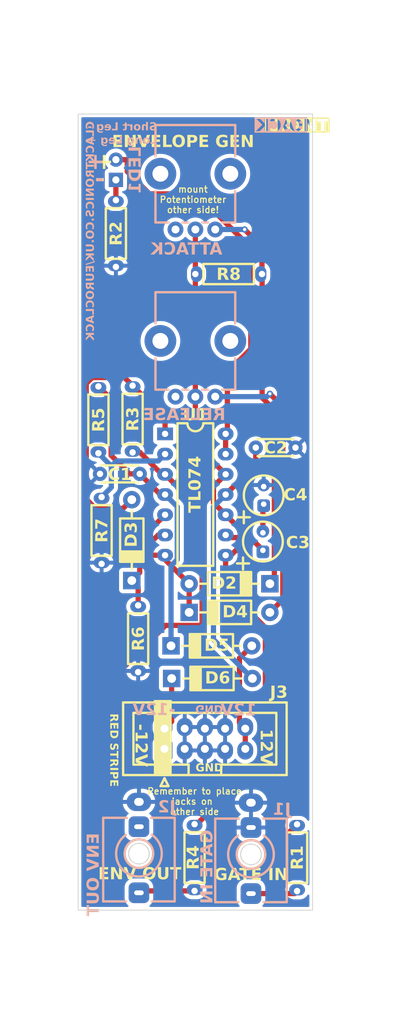
<source format=kicad_pcb>
(kicad_pcb (version 20240108) (generator "pcbnew") (generator_version "8.0")
  (layers (0 "F.Cu" signal) (31 "B.Cu" signal) (34 "B.Paste" user) (35 "F.Paste" user) (36 "B.SilkS" user "B.Silkscreen") (37 "F.SilkS" user "F.Silkscreen") (38 "B.Mask" user) (39 "F.Mask" user) (44 "Edge.Cuts" user))
  (net 0 "")
  (net 1 "-12V")
  (net 2 "GND")
  (net 3 "+12V")
  (net 4 "Net-(U1C-+)")
  (net 5 "Net-(D2-A)")
  (net 6 "Net-(D2-K)")
  (net 7 "Net-(D3-A)")
  (net 8 "Net-(D3-K)")
  (net 9 "Net-(J1-PadT)")
  (net 10 "Net-(D4-A)")
  (net 11 "Net-(LED1-A)")
  (net 12 "Net-(D5-A)")
  (net 13 "Net-(J2-PadT)")
  (net 14 "Net-(C3-Pad2)")
  (net 16 "Net-(U1A--)")
  (net 17 "Net-(U1A-+)")
  (net 18 "Net-(D6-K)")
  (net 19 "Net-(LED1-K)")
  (net 20 "Net-(U1C--)")
  (footprint "BYOM_General:D_TH_DO-41_P10.16mm" (layer "F.Cu") (at 149.38 105 180)
    (property "Reference" "D2" (at 5.775 0 180) (layer "F.SilkS") (effects (font (size 1.5 1.5) (thickness 0.2) (bold yes))))
    (property "Value" "1N5817")
    (fp_line (start 7.8 1.47) (end 7.8 -1.47) (stroke (width 0.3)) (layer "F.SilkS"))
    (fp_line (start 7.8 0) (end 8.75 0) (stroke (width 0.3)) (layer "F.SilkS"))
    (fp_line (start 7.8 -1.47) (end 3.75 -1.5) (stroke (width 0.12)) (layer "F.SilkS"))
    (fp_line (start 7.8 -1.47) (end 2.36 -1.47) (stroke (width 0.3)) (layer "F.SilkS"))
    (fp_line (start 2.36 1.47) (end 7.8 1.47) (stroke (width 0.3)) (layer "F.SilkS"))
    (fp_line (start 2.36 -1.47) (end 2.36 1.47) (stroke (width 0.3)) (layer "F.SilkS"))
    (fp_line (start 1.4 0) (end 2.35 0) (stroke (width 0.3)) (layer "F.SilkS"))
    (fp_poly (pts (xy 2.36 -1.47) (xy 2.36 1.47) (xy 3.75 1.5) (xy 3.75 -1.5)) (stroke (width 0.1)) (fill solid) (layer "F.SilkS"))
    (pad "1" thru_hole rect (at 0 0 180) (size 2.2 2.2) (drill 1.1) (layers "*.Cu" "*.Mask") (net 6 "Net-(D2-K)"))
    (pad "2" thru_hole oval (at 10.16 0 180) (size 2.2 2.2) (drill 1.1) (layers "*.Cu" "*.Mask") (net 5 "Net-(D2-A)"))
  )
  (footprint "BYOM_General:R_Axial_DIN0204_L3.6mm_D1.6mm_P7.62mm_Horizontal" (layer "F.Cu") (at 128.2 102.5 90)
    (property "Reference" "R7" (at 4.191 0.1 90) (layer "F.SilkS") (effects (font (size 1.5 1.5) (thickness 0.2) (bold yes))))
    (property "Value" "10k")
    (fp_line (start 7.366 -1.27) (end 1.016 -1.27) (stroke (width 0.3)) (layer "F.SilkS"))
    (fp_line (start 1.016 -1.27) (end 1.016 1.27) (stroke (width 0.3)) (layer "F.SilkS"))
    (fp_line (start 7.366 1.27) (end 7.366 -1.27) (stroke (width 0.3)) (layer "F.SilkS"))
    (fp_line (start 1.016 1.27) (end 7.366 1.27) (stroke (width 0.3)) (layer "F.SilkS"))
    (pad "1" thru_hole oval (at 0 0 90) (size 1.4 2) (drill 0.8 (offset 0.15 0)) (layers "*.Cu" "*.Mask") (net 2 "GND"))
    (pad "2" thru_hole oval (at 8.382 0 270) (size 1.4 2) (drill 0.8 (offset 0.15 0)) (layers "*.Cu" "*.Mask") (net 16 "Net-(U1A--)"))
  )
  (footprint "BYOM_General:R_Axial_DIN0204_L3.6mm_D1.6mm_P7.62mm_Horizontal" (layer "F.Cu") (at 139.9 135.2 -90)
    (property "Reference" "R4" (at 4.191 0.1 -90) (layer "F.SilkS") (effects (font (size 1.5 1.5) (thickness 0.2) (bold yes))))
    (property "Value" "1k")
    (fp_line (start 1.016 1.27) (end 7.366 1.27) (stroke (width 0.3)) (layer "F.SilkS"))
    (fp_line (start 7.366 1.27) (end 7.366 -1.27) (stroke (width 0.3)) (layer "F.SilkS"))
    (fp_line (start 1.016 -1.27) (end 1.016 1.27) (stroke (width 0.3)) (layer "F.SilkS"))
    (fp_line (start 7.366 -1.27) (end 1.016 -1.27) (stroke (width 0.3)) (layer "F.SilkS"))
    (pad "1" thru_hole oval (at 0 0 270) (size 1.4 2) (drill 0.8 (offset 0.15 0)) (layers "*.Cu" "*.Mask") (net 20 "Net-(U1C--)"))
    (pad "2" thru_hole oval (at 8.382 0 90) (size 1.4 2) (drill 0.8 (offset 0.15 0)) (layers "*.Cu" "*.Mask") (net 13 "Net-(J2-PadT)"))
  )
  (footprint "BYOM_General:D_TH_DO-41_P10.16mm" (layer "F.Cu") (at 132 104.6 90)
    (property "Reference" "D3" (at 5.775 0 90) (layer "F.SilkS") (effects (font (size 1.5 1.5) (thickness 0.2) (bold yes))))
    (property "Value" "1N5817")
    (fp_line (start 7.8 -1.47) (end 3.75 -1.5) (stroke (width 0.12)) (layer "F.SilkS"))
    (fp_line (start 7.8 -1.47) (end 2.36 -1.47) (stroke (width 0.3)) (layer "F.SilkS"))
    (fp_line (start 2.36 -1.47) (end 2.36 1.47) (stroke (width 0.3)) (layer "F.SilkS"))
    (fp_line (start 7.8 0) (end 8.75 0) (stroke (width 0.3)) (layer "F.SilkS"))
    (fp_line (start 1.4 0) (end 2.35 0) (stroke (width 0.3)) (layer "F.SilkS"))
    (fp_line (start 7.8 1.47) (end 7.8 -1.47) (stroke (width 0.3)) (layer "F.SilkS"))
    (fp_line (start 2.36 1.47) (end 7.8 1.47) (stroke (width 0.3)) (layer "F.SilkS"))
    (fp_poly (pts (xy 2.36 -1.47) (xy 2.36 1.47) (xy 3.75 1.5) (xy 3.75 -1.5)) (stroke (width 0.1)) (fill solid) (layer "F.SilkS"))
    (pad "1" thru_hole rect (at 0 0 90) (size 2.2 2.2) (drill 1.1) (layers "*.Cu" "*.Mask") (net 8 "Net-(D3-K)"))
    (pad "2" thru_hole oval (at 10.16 0 90) (size 2.2 2.2) (drill 1.1) (layers "*.Cu" "*.Mask") (net 7 "Net-(D3-A)"))
  )
  (footprint "BYOM_General:R_Axial_DIN0204_L3.6mm_D1.6mm_P7.62mm_Horizontal" (layer "F.Cu") (at 127.8 88.6 90)
    (property "Reference" "R5" (at 4.191 0.1 90) (layer "F.SilkS") (effects (font (size 1.5 1.5) (thickness 0.2) (bold yes))))
    (property "Value" "100k")
    (fp_line (start 7.366 -1.27) (end 1.016 -1.27) (stroke (width 0.3)) (layer "F.SilkS"))
    (fp_line (start 1.016 -1.27) (end 1.016 1.27) (stroke (width 0.3)) (layer "F.SilkS"))
    (fp_line (start 7.366 1.27) (end 7.366 -1.27) (stroke (width 0.3)) (layer "F.SilkS"))
    (fp_line (start 1.016 1.27) (end 7.366 1.27) (stroke (width 0.3)) (layer "F.SilkS"))
    (pad "1" thru_hole oval (at 0 0 90) (size 1.4 2) (drill 0.8 (offset 0.15 0)) (layers "*.Cu" "*.Mask") (net 16 "Net-(U1A--)"))
    (pad "2" thru_hole oval (at 8.382 0 270) (size 1.4 2) (drill 0.8 (offset 0.15 0)) (layers "*.Cu" "*.Mask") (net 3 "+12V"))
  )
  (footprint "BYOM_General:D_TH_DO-41_P10.16mm" (layer "F.Cu") (at 137.02 116.9)
    (property "Reference" "D6" (at 5.775 0 0) (layer "F.SilkS") (effects (font (size 1.5 1.5) (thickness 0.2) (bold yes))))
    (property "Value" "1N5817")
    (fp_line (start 1.4 0) (end 2.35 0) (stroke (width 0.3)) (layer "F.SilkS"))
    (fp_line (start 2.36 -1.47) (end 2.36 1.47) (stroke (width 0.3)) (layer "F.SilkS"))
    (fp_line (start 2.36 1.47) (end 7.8 1.47) (stroke (width 0.3)) (layer "F.SilkS"))
    (fp_line (start 7.8 -1.47) (end 2.36 -1.47) (stroke (width 0.3)) (layer "F.SilkS"))
    (fp_line (start 7.8 -1.47) (end 3.75 -1.5) (stroke (width 0.12)) (layer "F.SilkS"))
    (fp_line (start 7.8 0) (end 8.75 0) (stroke (width 0.3)) (layer "F.SilkS"))
    (fp_line (start 7.8 1.47) (end 7.8 -1.47) (stroke (width 0.3)) (layer "F.SilkS"))
    (fp_poly (pts (xy 2.36 -1.47) (xy 2.36 1.47) (xy 3.75 1.5) (xy 3.75 -1.5)) (stroke (width 0.1)) (fill solid) (layer "F.SilkS"))
    (pad "1" thru_hole rect (at 0 0) (size 2.2 2.2) (drill 1.1) (layers "*.Cu" "*.Mask") (net 18 "Net-(D6-K)"))
    (pad "2" thru_hole oval (at 10.16 0) (size 2.2 2.2) (drill 1.1) (layers "*.Cu" "*.Mask") (net 1 "-12V"))
  )
  (footprint "BYOM_General:R_Axial_DIN0204_L3.6mm_D1.6mm_P7.62mm_Horizontal" (layer "F.Cu") (at 152.8 143.6 90)
    (property "Reference" "R1" (at 4.191 0.1 90) (layer "F.SilkS") (effects (font (size 1.5 1.5) (thickness 0.2) (bold yes))))
    (property "Value" "100k")
    (fp_line (start 7.366 -1.27) (end 1.016 -1.27) (stroke (width 0.3)) (layer "F.SilkS"))
    (fp_line (start 1.016 -1.27) (end 1.016 1.27) (stroke (width 0.3)) (layer "F.SilkS"))
    (fp_line (start 7.366 1.27) (end 7.366 -1.27) (stroke (width 0.3)) (layer "F.SilkS"))
    (fp_line (start 1.016 1.27) (end 7.366 1.27) (stroke (width 0.3)) (layer "F.SilkS"))
    (pad "1" thru_hole oval (at 0 0 90) (size 1.4 2) (drill 0.8 (offset 0.15 0)) (layers "*.Cu" "*.Mask") (net 9 "Net-(J1-PadT)"))
    (pad "2" thru_hole oval (at 8.382 0 270) (size 1.4 2) (drill 0.8 (offset 0.15 0)) (layers "*.Cu" "*.Mask") (net 17 "Net-(U1A-+)"))
  )
  (footprint "BYOM_General:R_Axial_DIN0204_L3.6mm_D1.6mm_P7.62mm_Horizontal" (layer "F.Cu") (at 130 65.2 90)
    (property "Reference" "R2" (at 4.191 0.1 90) (layer "F.SilkS") (effects (font (size 1.5 1.5) (thickness 0.2) (bold yes))))
    (property "Value" "1k")
    (fp_line (start 7.366 -1.27) (end 1.016 -1.27) (stroke (width 0.3)) (layer "F.SilkS"))
    (fp_line (start 1.016 -1.27) (end 1.016 1.27) (stroke (width 0.3)) (layer "F.SilkS"))
    (fp_line (start 7.366 1.27) (end 7.366 -1.27) (stroke (width 0.3)) (layer "F.SilkS"))
    (fp_line (start 1.016 1.27) (end 7.366 1.27) (stroke (width 0.3)) (layer "F.SilkS"))
    (pad "1" thru_hole oval (at 0 0 90) (size 1.4 2) (drill 0.8 (offset 0.15 0)) (layers "*.Cu" "*.Mask") (net 2 "GND"))
    (pad "2" thru_hole oval (at 8.382 0 270) (size 1.4 2) (drill 0.8 (offset 0.15 0)) (layers "*.Cu" "*.Mask") (net 19 "Net-(LED1-K)"))
  )
  (footprint "BYOM_General:C_TH_Disc_P5.00mm" (layer "F.Cu") (at 128 91.2)
    (property "Reference" "C1" (at 2.5 0.15 0) (layer "F.SilkS") (effects (font (size 1.5 1.5) (thickness 0.2) (bold yes))))
    (property "Value" "100n")
    (fp_line (start 0.23 -1.07) (end 0.23 -1.055) (stroke (width 0.12)) (layer "F.SilkS"))
    (fp_line (start 0.23 -1.07) (end 4.77 -1.07) (stroke (width 0.3)) (layer "F.SilkS"))
    (fp_line (start 0.23 1.055) (end 0.23 1.07) (stroke (width 0.12)) (layer "F.SilkS"))
    (fp_line (start 0.23 1.07) (end 4.77 1.07) (stroke (width 0.3)) (layer "F.SilkS"))
    (fp_line (start 4.77 -1.07) (end 4.77 -1.055) (stroke (width 0.12)) (layer "F.SilkS"))
    (fp_line (start 4.77 1.055) (end 4.77 1.07) (stroke (width 0.12)) (layer "F.SilkS"))
    (pad "1" thru_hole circle (at 0 0) (size 1.8 1.8) (drill 0.8) (layers "*.Cu" "*.Mask") (net 2 "GND"))
    (pad "2" thru_hole circle (at 5 0) (size 1.8 1.8) (drill 0.8) (layers "*.Cu" "*.Mask") (net 3 "+12V"))
  )
  (footprint "BYOM_General:D_TH_DO-41_P10.16mm" (layer "F.Cu") (at 139.22 108.6)
    (property "Reference" "D4" (at 5.775 0 0) (layer "F.SilkS") (effects (font (size 1.5 1.5) (thickness 0.2) (bold yes))))
    (property "Value" "1N5817")
    (fp_line (start 1.4 0) (end 2.35 0) (stroke (width 0.3)) (layer "F.SilkS"))
    (fp_line (start 2.36 -1.47) (end 2.36 1.47) (stroke (width 0.3)) (layer "F.SilkS"))
    (fp_line (start 2.36 1.47) (end 7.8 1.47) (stroke (width 0.3)) (layer "F.SilkS"))
    (fp_line (start 7.8 -1.47) (end 2.36 -1.47) (stroke (width 0.3)) (layer "F.SilkS"))
    (fp_line (start 7.8 -1.47) (end 3.75 -1.5) (stroke (width 0.12)) (layer "F.SilkS"))
    (fp_line (start 7.8 0) (end 8.75 0) (stroke (width 0.3)) (layer "F.SilkS"))
    (fp_line (start 7.8 1.47) (end 7.8 -1.47) (stroke (width 0.3)) (layer "F.SilkS"))
    (fp_poly (pts (xy 2.36 -1.47) (xy 2.36 1.47) (xy 3.75 1.5) (xy 3.75 -1.5)) (stroke (width 0.1)) (fill solid) (layer "F.SilkS"))
    (pad "1" thru_hole rect (at 0 0) (size 2.2 2.2) (drill 1.1) (layers "*.Cu" "*.Mask") (net 5 "Net-(D2-A)"))
    (pad "2" thru_hole oval (at 10.16 0) (size 2.2 2.2) (drill 1.1) (layers "*.Cu" "*.Mask") (net 10 "Net-(D4-A)"))
  )
  (footprint "BYOM_General:C_TH_Elec_5mm_P2mm" (layer "F.Cu") (at 148.5 99.7 90)
    (property "Reference" "C3" (at -0.2 4.4 0) (layer "F.SilkS") (effects (font (size 1.5 1.5) (thickness 0.2) (bold yes))))
    (property "Value" "100uF")
    (fp_line (start -2.75 -3.25) (end -2.75 -1.75) (stroke (width 0.3)) (layer "F.SilkS"))
    (fp_line (start -2 -2.5) (end -3.5 -2.5) (stroke (width 0.3)) (layer "F.SilkS"))
    (fp_circle (center 0 0) (end 2.5 0) (stroke (width 0.3)) (fill none) (layer "F.SilkS"))
    (pad "1" thru_hole roundrect (at -1.1 0 270) (size 1.6 1.6) (drill 0.7 (offset 0.2 0)) (layers "*.Cu" "*.Mask") (net 4 "Net-(U1C-+)"))
    (pad "2" thru_hole oval (at 1.1 0 270) (size 1.6 1.6) (drill 0.7 (offset -0.2 0)) (layers "*.Cu" "*.Mask") (net 14 "Net-(C3-Pad2)"))
  )
  (footprint "BYOM_General:D_TH_DO-41_P10.16mm" (layer "F.Cu") (at 136.94 112.8)
    (property "Reference" "D5" (at 5.775 0 0) (layer "F.SilkS") (effects (font (size 1.5 1.5) (thickness 0.2) (bold yes))))
    (property "Value" "1N5817")
    (fp_line (start 1.4 0) (end 2.35 0) (stroke (width 0.3)) (layer "F.SilkS"))
    (fp_line (start 2.36 -1.47) (end 2.36 1.47) (stroke (width 0.3)) (layer "F.SilkS"))
    (fp_line (start 2.36 1.47) (end 7.8 1.47) (stroke (width 0.3)) (layer "F.SilkS"))
    (fp_line (start 7.8 -1.47) (end 2.36 -1.47) (stroke (width 0.3)) (layer "F.SilkS"))
    (fp_line (start 7.8 -1.47) (end 3.75 -1.5) (stroke (width 0.12)) (layer "F.SilkS"))
    (fp_line (start 7.8 0) (end 8.75 0) (stroke (width 0.3)) (layer "F.SilkS"))
    (fp_line (start 7.8 1.47) (end 7.8 -1.47) (stroke (width 0.3)) (layer "F.SilkS"))
    (fp_poly (pts (xy 2.36 -1.47) (xy 2.36 1.47) (xy 3.75 1.5) (xy 3.75 -1.5)) (stroke (width 0.1)) (fill solid) (layer "F.SilkS"))
    (pad "1" thru_hole rect (at 0 0) (size 2.2 2.2) (drill 1.1) (layers "*.Cu" "*.Mask") (net 3 "+12V"))
    (pad "2" thru_hole oval (at 10.16 0) (size 2.2 2.2) (drill 1.1) (layers "*.Cu" "*.Mask") (net 12 "Net-(D5-A)"))
  )
  (footprint "BYOM_General:IDC-Header_2x05_P2.54mm_Vertical" (layer "F.Cu") (at 136.12 125.74 90)
    (property "Reference" "J3" (at 7.04 14.38 180) (layer "F.SilkS") (effects (font (size 1.5 1.5) (thickness 0.2) (bold yes))))
    (property "Value" "IDC 02x05 Header")
    (fp_line (start 5.83 -5.21) (end 5.83 15.37) (stroke (width 0.3)) (layer "F.SilkS"))
    (fp_line (start -3.29 -5.21) (end 5.83 -5.21) (stroke (width 0.3)) (layer "F.SilkS"))
    (fp_line (start 4.52 -3.91) (end 4.52 14.07) (stroke (width 0.3)) (layer "F.SilkS"))
    (fp_line (start -1.98 -3.91) (end 4.52 -3.91) (stroke (width 0.3)) (layer "F.SilkS"))
    (fp_line (start -4.68 -0.5) (end -4.68 0.5) (stroke (width 0.3)) (layer "F.SilkS"))
    (fp_line (start -3.68 0) (end -4.68 -0.5) (stroke (width 0.3)) (layer "F.SilkS"))
    (fp_line (start -4.68 0.5) (end -3.68 0) (stroke (width 0.3)) (layer "F.SilkS"))
    (fp_line (start -1.98 3.03) (end -1.98 -3.91) (stroke (width 0.3)) (layer "F.SilkS"))
    (fp_line (start -3.29 3.03) (end -1.98 3.03) (stroke (width 0.3)) (layer "F.SilkS"))
    (fp_line (start -1.98 7.13) (end -1.98 7.13) (stroke (width 0.3)) (layer "F.SilkS"))
    (fp_line (start -1.98 7.13) (end -3.29 7.13) (stroke (width 0.3)) (layer "F.SilkS"))
    (fp_line (start 4.52 14.07) (end -1.98 14.07) (stroke (width 0.3)) (layer "F.SilkS"))
    (fp_line (start -1.98 14.07) (end -1.98 7.13) (stroke (width 0.3)) (layer "F.SilkS"))
    (fp_line (start 5.83 15.37) (end -3.29 15.37) (stroke (width 0.3)) (layer "F.SilkS"))
    (fp_line (start -3.29 15.37) (end -3.29 -5.21) (stroke (width 0.3)) (layer "F.SilkS"))
    (pad "1" thru_hole roundrect (at 0 0 90) (size 2.3 2) (drill 1 (offset -0.2 0)) (layers "*.Cu" "*.Mask") (roundrect_rratio 0.125) (net 18 "Net-(D6-K)"))
    (pad "2" thru_hole oval (at 2.54 0 90) (size 2.3 2) (drill 1 (offset 0.2 0)) (layers "*.Cu" "*.Mask") (net 18 "Net-(D6-K)"))
    (pad "3" thru_hole oval (at 0 2.54 90) (size 2.3 2) (drill 1 (offset -0.2 0)) (layers "*.Cu" "*.Mask") (net 2 "GND"))
    (pad "4" thru_hole oval (at 2.54 2.54 90) (size 2.3 2) (drill 1 (offset 0.2 0)) (layers "*.Cu" "*.Mask") (net 2 "GND"))
    (pad "5" thru_hole oval (at 0 5.08 90) (size 2.3 2) (drill 1 (offset -0.2 0)) (layers "*.Cu" "*.Mask") (net 2 "GND"))
    (pad "6" thru_hole oval (at 2.54 5.08 90) (size 2.3 2) (drill 1 (offset 0.2 0)) (layers "*.Cu" "*.Mask") (net 2 "GND"))
    (pad "7" thru_hole oval (at 0 7.62 90) (size 2.3 2) (drill 1 (offset -0.2 0)) (layers "*.Cu" "*.Mask") (net 2 "GND"))
    (pad "8" thru_hole oval (at 2.54 7.62 90) (size 2.3 2) (drill 1 (offset 0.2 0)) (layers "*.Cu" "*.Mask") (net 2 "GND"))
    (pad "9" thru_hole oval (at 0 10.16 90) (size 2.3 2) (drill 1 (offset -0.2 0)) (layers "*.Cu" "*.Mask") (net 12 "Net-(D5-A)"))
    (pad "10" thru_hole oval (at 2.54 10.16 90) (size 2.3 2) (drill 1 (offset 0.2 0)) (layers "*.Cu" "*.Mask") (net 12 "Net-(D5-A)"))
  )
  (footprint "BYOM_General:C_TH_Elec_5mm_P2mm" (layer "F.Cu") (at 148.6 93.9 90)
    (property "Reference" "C4" (at 0 4 0) (layer "F.SilkS") (effects (font (size 1.5 1.5) (thickness 0.2) (bold yes))))
    (property "Value" "100uF")
    (fp_line (start -2.75 -3.25) (end -2.75 -1.75) (stroke (width 0.3)) (layer "F.SilkS"))
    (fp_line (start -2 -2.5) (end -3.5 -2.5) (stroke (width 0.3)) (layer "F.SilkS"))
    (fp_circle (center 0 0) (end 2.5 0) (stroke (width 0.3)) (fill none) (layer "F.SilkS"))
    (pad "1" thru_hole roundrect (at -1.1 0 270) (size 1.6 1.6) (drill 0.7 (offset 0.2 0)) (layers "*.Cu" "*.Mask") (net 14 "Net-(C3-Pad2)"))
    (pad "2" thru_hole oval (at 1.1 0 270) (size 1.6 1.6) (drill 0.7 (offset -0.2 0)) (layers "*.Cu" "*.Mask") (net 2 "GND"))
  )
  (footprint "BYOM_General:DIP-14_W7.62mm_LongPads_copy" (layer "F.Cu") (at 136.19 86.175)
    (property "Reference" "U1" (at 3.81 -2.33 0) (layer "F.SilkS") (effects (font (size 1.5 1.5) (thickness 0.2) (bold yes))))
    (property "Value" "TL074")
    (fp_line (start 1.56 -1.33) (end 1.56 16.57) (stroke (width 0.3)) (layer "F.SilkS"))
    (fp_line (start 1.56 16.57) (end 6.06 16.57) (stroke (width 0.3)) (layer "F.SilkS"))
    (fp_line (start 2.81 -1.33) (end 1.56 -1.33) (stroke (width 0.3)) (layer "F.SilkS"))
    (fp_line (start 6.06 -1.33) (end 4.81 -1.33) (stroke (width 0.3)) (layer "F.SilkS"))
    (fp_line (start 6.06 16.57) (end 6.06 -1.33) (stroke (width 0.3)) (layer "F.SilkS"))
    (fp_arc (start 4.81 -1.33) (mid 3.81 -0.33) (end 2.81 -1.33) (stroke (width 0.3)) (layer "F.SilkS"))
    (pad "1" thru_hole rect (at 0 0) (size 2 1.6) (drill 0.8) (layers "*.Cu" "*.Mask") (net 7 "Net-(D3-A)"))
    (pad "2" thru_hole oval (at 0 2.54) (size 2 1.6) (drill 0.8) (layers "*.Cu" "*.Mask") (net 16 "Net-(U1A--)"))
    (pad "3" thru_hole oval (at 0 5.08) (size 2 1.6) (drill 0.8) (layers "*.Cu" "*.Mask") (net 17 "Net-(U1A-+)"))
    (pad "4" thru_hole oval (at 0 7.62) (size 2 1.6) (drill 0.8) (layers "*.Cu" "*.Mask") (net 3 "+12V"))
    (pad "5" thru_hole oval (at 0 10.16) (size 2 1.6) (drill 0.8) (layers "*.Cu" "*.Mask") (net 8 "Net-(D3-K)"))
    (pad "6" thru_hole oval (at 0 12.7) (size 2 1.6) (drill 0.8) (layers "*.Cu" "*.Mask") (net 5 "Net-(D2-A)"))
    (pad "7" thru_hole oval (at 0 15.24) (size 2 1.6) (drill 0.8) (layers "*.Cu" "*.Mask") (net 5 "Net-(D2-A)"))
    (pad "8" thru_hole oval (at 7.62 15.24) (size 2 1.6) (drill 0.8) (layers "*.Cu" "*.Mask") (net 20 "Net-(U1C--)"))
    (pad "9" thru_hole oval (at 7.62 12.7) (size 2 1.6) (drill 0.8) (layers "*.Cu" "*.Mask") (net 20 "Net-(U1C--)"))
    (pad "10" thru_hole oval (at 7.62 10.16) (size 2 1.6) (drill 0.8) (layers "*.Cu" "*.Mask") (net 4 "Net-(U1C-+)"))
    (pad "11" thru_hole oval (at 7.62 7.62) (size 2 1.6) (drill 0.8) (layers "*.Cu" "*.Mask") (net 1 "-12V"))
    (pad "12" thru_hole oval (at 7.62 5.08) (size 2 1.6) (drill 0.8) (layers "*.Cu" "*.Mask") (net 4 "Net-(U1C-+)"))
    (pad "13" thru_hole oval (at 7.62 2.54) (size 2 1.6) (drill 0.8) (layers "*.Cu" "*.Mask") (net 11 "Net-(LED1-A)"))
    (pad "14" thru_hole oval (at 7.62 0) (size 2 1.6) (drill 0.8) (layers "*.Cu" "*.Mask") (net 11 "Net-(LED1-A)"))
  )
  (footprint "BYOM_General:R_Axial_DIN0204_L3.6mm_D1.6mm_P7.62mm_Horizontal" (layer "F.Cu") (at 132.8 116.1 90)
    (property "Reference" "R6" (at 4.191 0.1 90) (layer "F.SilkS") (effects (font (size 1.5 1.5) (thickness 0.2) (bold yes))))
    (property "Value" "100k")
    (fp_line (start 7.366 -1.27) (end 1.016 -1.27) (stroke (width 0.3)) (layer "F.SilkS"))
    (fp_line (start 1.016 -1.27) (end 1.016 1.27) (stroke (width 0.3)) (layer "F.SilkS"))
    (fp_line (start 7.366 1.27) (end 7.366 -1.27) (stroke (width 0.3)) (layer "F.SilkS"))
    (fp_line (start 1.016 1.27) (end 7.366 1.27) (stroke (width 0.3)) (layer "F.SilkS"))
    (pad "1" thru_hole oval (at 0 0 90) (size 1.4 2) (drill 0.8 (offset 0.15 0)) (layers "*.Cu" "*.Mask") (net 2 "GND"))
    (pad "2" thru_hole oval (at 8.382 0 270) (size 1.4 2) (drill 0.8 (offset 0.15 0)) (layers "*.Cu" "*.Mask") (net 8 "Net-(D3-K)"))
  )
  (footprint "BYOM_General:R_Axial_DIN0204_L3.6mm_D1.6mm_P7.62mm_Horizontal" (layer "F.Cu") (at 140 66.1)
    (property "Reference" "R8" (at 4.191 0.1 0) (layer "F.SilkS") (effects (font (size 1.5 1.5) (thickness 0.2) (bold yes))))
    (property "Value" "10k")
    (fp_line (start 1.016 -1.27) (end 1.016 1.27) (stroke (width 0.3)) (layer "F.SilkS"))
    (fp_line (start 1.016 1.27) (end 7.366 1.27) (stroke (width 0.3)) (layer "F.SilkS"))
    (fp_line (start 7.366 -1.27) (end 1.016 -1.27) (stroke (width 0.3)) (layer "F.SilkS"))
    (fp_line (start 7.366 1.27) (end 7.366 -1.27) (stroke (width 0.3)) (layer "F.SilkS"))
    (pad "1" thru_hole oval (at 0 0) (size 1.4 2) (drill 0.8 (offset 0.15 0)) (layers "*.Cu" "*.Mask") (net 4 "Net-(U1C-+)"))
    (pad "2" thru_hole oval (at 8.382 0 180) (size 1.4 2) (drill 0.8 (offset 0.15 0)) (layers "*.Cu" "*.Mask") (net 6 "Net-(D2-K)"))
  )
  (footprint "BYOM_General:C_TH_Disc_P5.00mm" (layer "F.Cu") (at 152.6 87.9 180)
    (property "Reference" "C2" (at 2.5 -0.1 180) (layer "F.SilkS") (effects (font (size 1.5 1.5) (thickness 0.2) (bold yes))))
    (property "Value" "100n")
    (fp_line (start 4.77 1.055) (end 4.77 1.07) (stroke (width 0.12)) (layer "F.SilkS"))
    (fp_line (start 4.77 -1.07) (end 4.77 -1.055) (stroke (width 0.12)) (layer "F.SilkS"))
    (fp_line (start 0.23 1.07) (end 4.77 1.07) (stroke (width 0.3)) (layer "F.SilkS"))
    (fp_line (start 0.23 1.055) (end 0.23 1.07) (stroke (width 0.12)) (layer "F.SilkS"))
    (fp_line (start 0.23 -1.07) (end 4.77 -1.07) (stroke (width 0.3)) (layer "F.SilkS"))
    (fp_line (start 0.23 -1.07) (end 0.23 -1.055) (stroke (width 0.12)) (layer "F.SilkS"))
    (pad "1" thru_hole circle (at 0 0 180) (size 1.8 1.8) (drill 0.8) (layers "*.Cu" "*.Mask") (net 2 "GND"))
    (pad "2" thru_hole circle (at 5 0 180) (size 1.8 1.8) (drill 0.8) (layers "*.Cu" "*.Mask") (net 1 "-12V"))
  )
  (footprint "BYOM_General:R_Axial_DIN0204_L3.6mm_D1.6mm_P7.62mm_Horizontal" (layer "F.Cu") (at 132.1 88.5 90)
    (property "Reference" "R3" (at 4.191 0.1 90) (layer "F.SilkS") (effects (font (size 1.5 1.5) (thickness 0.2) (bold yes))))
    (property "Value" "1M")
    (fp_line (start 7.366 -1.27) (end 1.016 -1.27) (stroke (width 0.3)) (layer "F.SilkS"))
    (fp_line (start 1.016 -1.27) (end 1.016 1.27) (stroke (width 0.3)) (layer "F.SilkS"))
    (fp_line (start 7.366 1.27) (end 7.366 -1.27) (stroke (width 0.3)) (layer "F.SilkS"))
    (fp_line (start 1.016 1.27) (end 7.366 1.27) (stroke (width 0.3)) (layer "F.SilkS"))
    (pad "1" thru_hole oval (at 0 0 90) (size 1.4 2) (drill 0.8 (offset 0.15 0)) (layers "*.Cu" "*.Mask") (net 17 "Net-(U1A-+)"))
    (pad "2" thru_hole oval (at 8.382 0 270) (size 1.4 2) (drill 0.8 (offset 0.15 0)) (layers "*.Cu" "*.Mask") (net 7 "Net-(D3-A)"))
  )
  (footprint "BYOM_General:Jack_3.5mm_QingPu_WQP-PJ398SM_Vertical" (layer "B.Cu") (at 132.9 138.9)
    (property "Reference" "J2" (at 3.5 -5.8 0) (layer "B.SilkS") (effects (font (size 1.5 1.5) (thickness 0.2) (bold yes)) (justify mirror)))
    (property "Value" "AR_ENVELOPE_OUT")
    (fp_line (start -4.5 6) (end -4.5 -4.5) (stroke (width 0.3)) (layer "B.SilkS"))
    (fp_line (start -1.6 6) (end -4.5 6) (stroke (width 0.3)) (layer "B.SilkS"))
    (fp_line (start -1.5 -4.5) (end -4.5 -4.5) (stroke (width 0.3)) (layer "B.SilkS"))
    (fp_line (start 4.5 -4.5) (end 1.5 -4.5) (stroke (width 0.3)) (layer "B.SilkS"))
    (fp_line (start 4.5 6) (end 1.6 6) (stroke (width 0.3)) (layer "B.SilkS"))
    (fp_line (start 4.5 6) (end 4.5 -4.5) (stroke (width 0.3)) (layer "B.SilkS"))
    (fp_arc (start 1.603971 -2.381653) (mid 0.027931 2.871274) (end -1.65 -2.349999) (stroke (width 0.3)) (layer "B.SilkS"))
    (fp_circle (center 0 0) (end -1.8 0) (stroke (width 0.3)) (fill none) (layer "B.SilkS"))
    (fp_circle (center 0 0) (end 1.3 0) (stroke (width 0.12)) (fill none) (layer "Edge.Cuts"))
    (pad "S" thru_hole oval (at 0 -6.5) (size 3.1 2.3) (drill oval 1.2 1) (layers "*.Cu" "*.Mask") (net 2 "GND"))
    (pad "T" thru_hole roundrect (at 0 4.92) (size 2.6 2.6) (drill oval 1.2 0.6) (layers "*.Cu" "*.Mask") (net 13 "Net-(J2-PadT)"))
    (pad "TN" thru_hole roundrect (at 0 -3.38) (size 2.6 2.6) (drill oval 1.2 0.6) (layers "*.Cu" "*.Mask"))
    (zone (net 0) (net_name "") (layers "B.Cu" "B.SilkS") (connect_pads (clearance 0)) (min_thickness 0.25)
      (keepout (tracks not_allowed) (vias not_allowed) (pads not_allowed) (copperpour not_allowed) (footprints not_allowed))
      (fill (thermal_gap 0.5) (thermal_bridge_width 0.5))
      (polygon (pts (xy 134.4 138.9) (xy 134.379542 139.146892) (xy 134.318726 139.387049) (xy 134.219211 139.613921) (xy 134.083711 139.821319) (xy 133.915922 140.003586) (xy 133.720422 140.15575) (xy 133.502543 140.27366) (xy 133.268228 140.3541) (xy 133.023869 140.394877) (xy 132.776131 140.394877) (xy 132.531772 140.3541) (xy 132.297457 140.27366) (xy 132.079578 140.15575) (xy 131.884078 140.003586) (xy 131.716289 139.821319) (xy 131.580789 139.613921) (xy 131.481274 139.387049) (xy 131.420458 139.146892) (xy 131.4 138.9) (xy 131.420458 138.653108) (xy 131.481274 138.412951) (xy 131.580789 138.186079) (xy 131.716289 137.978681) (xy 131.884078 137.796414) (xy 132.079578 137.64425) (xy 132.297457 137.52634) (xy 132.531772 137.4459) (xy 132.776131 137.405123) (xy 133.023869 137.405123) (xy 133.268228 137.4459) (xy 133.502543 137.52634) (xy 133.720422 137.64425) (xy 133.915922 137.796414) (xy 134.083711 137.978681) (xy 134.219211 138.186079) (xy 134.318726 138.412951) (xy 134.379542 138.653108)))
    )
  )
  (footprint "BYOM_General:LED_D3.0mm" (layer "B.Cu") (at 130 53 90)
    (property "Reference" "LED1" (at 0 2.5 -90) (layer "B.SilkS") (effects (font (size 1.5 1.5) (thickness 0.2) (bold yes)) (justify mirror)))
    (property "Value" "LED")
    (pad "1" thru_hole rect (at -1.27 0 90) (size 1.8 1.8) (drill 0.9) (layers "*.Cu" "*.Mask") (net 19 "Net-(LED1-K)"))
    (pad "2" thru_hole circle (at 1.27 0 90) (size 1.8 1.8) (drill 0.9) (layers "*.Cu" "*.Mask") (net 11 "Net-(LED1-A)"))
  )
  (footprint "BYOM_General:Jack_3.5mm_QingPu_WQP-PJ398SM_Vertical" (layer "B.Cu") (at 147 139)
    (property "Reference" "J1" (at 3.9 -5.6 0) (layer "B.SilkS") (effects (font (size 1.5 1.5) (thickness 0.2) (bold yes)) (justify mirror)))
    (property "Value" "GATE_IN")
    (fp_line (start -4.5 6) (end -4.5 -4.5) (stroke (width 0.3)) (layer "B.SilkS"))
    (fp_line (start -1.6 6) (end -4.5 6) (stroke (width 0.3)) (layer "B.SilkS"))
    (fp_line (start -1.5 -4.5) (end -4.5 -4.5) (stroke (width 0.3)) (layer "B.SilkS"))
    (fp_line (start 4.5 -4.5) (end 1.5 -4.5) (stroke (width 0.3)) (layer "B.SilkS"))
    (fp_line (start 4.5 6) (end 1.6 6) (stroke (width 0.3)) (layer "B.SilkS"))
    (fp_line (start 4.5 6) (end 4.5 -4.5) (stroke (width 0.3)) (layer "B.SilkS"))
    (fp_arc (start 1.603971 -2.381653) (mid 0.027931 2.871274) (end -1.65 -2.349999) (stroke (width 0.3)) (layer "B.SilkS"))
    (fp_circle (center 0 0) (end -1.8 0) (stroke (width 0.3)) (fill none) (layer "B.SilkS"))
    (fp_circle (center 0 0) (end 1.3 0) (stroke (width 0.12)) (fill none) (layer "Edge.Cuts"))
    (pad "S" thru_hole oval (at 0 -6.5) (size 3.1 2.3) (drill oval 1.2 1) (layers "*.Cu" "*.Mask") (net 2 "GND"))
    (pad "T" thru_hole roundrect (at 0 4.92) (size 2.6 2.6) (drill oval 1.2 0.6) (layers "*.Cu" "*.Mask") (net 9 "Net-(J1-PadT)"))
    (pad "TN" thru_hole roundrect (at 0 -3.38) (size 2.6 2.6) (drill oval 1.2 0.6) (layers "*.Cu" "*.Mask") (net 2 "GND"))
    (zone (net 0) (net_name "") (layers "B.Cu" "B.SilkS") (connect_pads (clearance 0)) (min_thickness 0.25)
      (keepout (tracks not_allowed) (vias not_allowed) (pads not_allowed) (copperpour not_allowed) (footprints not_allowed))
      (fill (thermal_gap 0.5) (thermal_bridge_width 0.5))
      (polygon (pts (xy 148.5 139) (xy 148.479542 139.246892) (xy 148.418726 139.487049) (xy 148.319211 139.713921) (xy 148.183711 139.921319) (xy 148.015922 140.103586) (xy 147.820422 140.25575) (xy 147.602543 140.37366) (xy 147.368228 140.4541) (xy 147.123869 140.494877) (xy 146.876131 140.494877) (xy 146.631772 140.4541) (xy 146.397457 140.37366) (xy 146.179578 140.25575) (xy 145.984078 140.103586) (xy 145.816289 139.921319) (xy 145.680789 139.713921) (xy 145.581274 139.487049) (xy 145.520458 139.246892) (xy 145.5 139) (xy 145.520458 138.753108) (xy 145.581274 138.512951) (xy 145.680789 138.286079) (xy 145.816289 138.078681) (xy 145.984078 137.896414) (xy 146.179578 137.74425) (xy 146.397457 137.62634) (xy 146.631772 137.5459) (xy 146.876131 137.505123) (xy 147.123869 137.505123) (xy 147.368228 137.5459) (xy 147.602543 137.62634) (xy 147.820422 137.74425) (xy 148.015922 137.896414) (xy 148.183711 138.078681) (xy 148.319211 138.286079) (xy 148.418726 138.512951) (xy 148.479542 138.753108)))
    )
  )
  (footprint "BYOM_General:POT_TH_Alps_RK09K_Single_Vertical" (layer "B.Cu") (at 140 74 180)
    (property "Reference" "RV2" (hide yes))
    (property "Value" "Release")
    (fp_line (start 5.02 5.62) (end 5.02 1.684) (stroke (width 0.3)) (layer "B.SilkS"))
    (fp_line (start 5.02 5.62) (end -5.021 5.62) (stroke (width 0.3)) (layer "B.SilkS"))
    (fp_line (start 5.02 -2.683) (end 5.02 -6.62) (stroke (width 0.3)) (layer "B.SilkS"))
    (fp_line (start 5.02 -6.62) (end 3.37 -6.62) (stroke (width 0.3)) (layer "B.SilkS"))
    (fp_line (start 1.63 -6.62) (end 0.871 -6.62) (stroke (width 0.3)) (layer "B.SilkS"))
    (fp_line (start -0.87 -6.62) (end -1.629 -6.62) (stroke (width 0.3)) (layer "B.SilkS"))
    (fp_line (start -3.371 -6.62) (end -5.021 -6.62) (stroke (width 0.3)) (layer "B.SilkS"))
    (fp_line (start -5.021 5.62) (end -5.021 1.684) (stroke (width 0.3)) (layer "B.SilkS"))
    (fp_line (start -5.021 -2.683) (end -5.021 -6.62) (stroke (width 0.3)) (layer "B.SilkS"))
    (pad "" thru_hole circle (at -4.4 -0.5 90) (size 4 4) (drill 2) (layers "*.Cu" "*.Mask"))
    (pad "" thru_hole circle (at 4.4 -0.5 90) (size 4 4) (drill 2) (layers "*.Cu" "*.Mask"))
    (pad "1" thru_hole circle (at 2.5 -7.5 90) (size 2 2) (drill 1) (layers "*.Cu" "*.Mask"))
    (pad "2" thru_hole circle (at 0 -7.5 180) (size 2 2) (drill 1) (layers "*.Cu" "*.Mask") (net 4 "Net-(U1C-+)"))
    (pad "3" thru_hole circle (at -2.5 -7.5 90) (size 2 2) (drill 1) (layers "*.Cu" "*.Mask") (net 10 "Net-(D4-A)"))
  )
  (footprint "BYOM_General:POT_TH_Alps_RK09K_Single_Vertical" (layer "B.Cu") (at 140 53 180)
    (property "Reference" "RV1" (hide yes))
    (property "Value" "Attack")
    (fp_line (start 5.02 5.62) (end 5.02 1.684) (stroke (width 0.3)) (layer "B.SilkS"))
    (fp_line (start 5.02 5.62) (end -5.021 5.62) (stroke (width 0.3)) (layer "B.SilkS"))
    (fp_line (start 5.02 -2.683) (end 5.02 -6.62) (stroke (width 0.3)) (layer "B.SilkS"))
    (fp_line (start 5.02 -6.62) (end 3.37 -6.62) (stroke (width 0.3)) (layer "B.SilkS"))
    (fp_line (start 1.63 -6.62) (end 0.871 -6.62) (stroke (width 0.3)) (layer "B.SilkS"))
    (fp_line (start -0.87 -6.62) (end -1.629 -6.62) (stroke (width 0.3)) (layer "B.SilkS"))
    (fp_line (start -3.371 -6.62) (end -5.021 -6.62) (stroke (width 0.3)) (layer "B.SilkS"))
    (fp_line (start -5.021 5.62) (end -5.021 1.684) (stroke (width 0.3)) (layer "B.SilkS"))
    (fp_line (start -5.021 -2.683) (end -5.021 -6.62) (stroke (width 0.3)) (layer "B.SilkS"))
    (pad "" thru_hole circle (at -4.4 -0.5 90) (size 4 4) (drill 2) (layers "*.Cu" "*.Mask"))
    (pad "" thru_hole circle (at 4.4 -0.5 90) (size 4 4) (drill 2) (layers "*.Cu" "*.Mask"))
    (pad "1" thru_hole circle (at 2.5 -7.5 90) (size 2 2) (drill 1) (layers "*.Cu" "*.Mask"))
    (pad "2" thru_hole circle (at 0 -7.5 180) (size 2 2) (drill 1) (layers "*.Cu" "*.Mask") (net 4 "Net-(U1C-+)"))
    (pad "3" thru_hole circle (at -2.5 -7.5 90) (size 2 2) (drill 1) (layers "*.Cu" "*.Mask") (net 6 "Net-(D2-K)"))
  )
  (gr_rect (start 134.775 119.6) (end 137.025 129.1) (fill solid) (layer "F.SilkS"))
  (gr_line (start 154.75 46) (end 125.25 46) (stroke (width 0.1)) (layer "Edge.Cuts"))
  (gr_line (start 154.75 146) (end 154.75 46) (stroke (width 0.1)) (layer "Edge.Cuts"))
  (gr_line (start 125.25 46) (end 125.25 146) (stroke (width 0.1)) (layer "Edge.Cuts"))
  (gr_line (start 125.25 146) (end 154.75 146) (stroke (width 0.1)) (layer "Edge.Cuts"))
  (gr_text "GND" (at 140 120.1 180) (layer "B.SilkS") (effects (font (size 1 1)) (justify left bottom mirror)))
  (gr_text "GATE IN" (at 142.4 135.9 90) (layer "B.SilkS") (effects (font (size 1.5 1.5) (thickness 0.3) (bold yes)) (justify left bottom mirror)))
  (gr_text "ATTACK" (at 143.4 63.9 0) (layer "B.SilkS") (effects (font (size 1.5 1.5) (thickness 0.3) (bold yes)) (justify left bottom mirror)))
  (gr_text "Short Leg -\nLong Leg +" (at 130.8 49.9 0) (layer "B.SilkS") (effects (font (size 1 1) (thickness 0.2) (bold yes)) (justify bottom mirror)))
  (gr_text " BACK " (at 154.8 48.4 0) (layer "B.SilkS" knockout) (effects (font (size 1.5 1.5) (thickness 0.2) (bold yes)) (justify left bottom mirror)))
  (gr_text "+" (at 128.6 50.8 -180) (layer "B.SilkS") (effects (font (size 2 2) (thickness 0.3) (bold yes)) (justify left bottom)))
  (gr_text "CLACKTRONICS.CO.UK/EUROCLACK" (at 127.4 46.9 90) (layer "B.SilkS") (effects (font (size 1 1)) (justify left bottom mirror)))
  (gr_text "-" (at 128.5 53.1 -180) (layer "B.SilkS") (effects (font (size 2 2) (thickness 0.3) (bold yes)) (justify left bottom)))
  (gr_text "-12V\n" (at 137.5 121.75 0) (layer "B.SilkS") (effects (font (size 1.5 1.5)) (justify left bottom mirror)))
  (gr_text "ENV OUT" (at 128.1 136.3 90) (layer "B.SilkS") (effects (font (size 1.5 1.5) (thickness 0.3) (bold yes)) (justify left bottom mirror)))
  (gr_text "12V" (at 147.7 121.8 0) (layer "B.SilkS") (effects (font (size 1.5 1.5)) (justify left bottom mirror)))
  (gr_text "RELEASE" (at 143.8 84.7 0) (layer "B.SilkS") (effects (font (size 1.5 1.5) (thickness 0.3) (bold yes)) (justify left bottom mirror)))
  (gr_text "12V" (at 147.97 123.24 -90) (layer "F.SilkS") (effects (font (size 1.5 1.5)) (justify left bottom)))
  (gr_text "Remember to place\njacks on \nother side" (at 139.9 134.1 0) (layer "F.SilkS") (effects (font (size 0.8 0.8)) (justify bottom)))
  (gr_text "+" (at 127.343614 50.8 180) (layer "F.SilkS") (effects (font (size 2 2) (thickness 0.3) (bold yes)) (justify left bottom mirror)))
  (gr_text "GND" (at 140.02 128.74 0) (layer "F.SilkS") (effects (font (size 1 1)) (justify left bottom)))
  (gr_text "TL074" (at 140.9 96.1 90) (layer "F.SilkS") (effects (font (size 1.5 1.5) (thickness 0.3) (bold yes)) (justify left bottom)))
  (gr_text "ENVELOPE GEN" (at 129.5 50.4 0) (layer "F.SilkS") (effects (font (size 1.5 1.5)) (justify left bottom)))
  (gr_text "-12V\n" (at 132.22 122.59 -90) (layer "F.SilkS") (effects (font (size 1.5 1.5)) (justify left bottom)))
  (gr_text " FRONT " (at 148 48.4 0) (layer "F.SilkS" knockout) (effects (font (size 1.5 1.5) (thickness 0.2) (bold yes)) (justify left bottom)))
  (gr_text "GATE IN" (at 147 141.6 0) (layer "F.SilkS") (effects (font (size 1.5 1.5))))
  (gr_text "-" (at 127.443614 53.1 180) (layer "F.SilkS") (effects (font (size 2 2) (thickness 0.3) (bold yes)) (justify left bottom mirror)))
  (gr_text "mount\nPotentiometer\nother side!" (at 139.7 58.5 0) (layer "F.SilkS") (effects (font (size 0.8 0.8)) (justify bottom)))
  (gr_text "ENV OUT" (at 133 141.5 0) (layer "F.SilkS") (effects (font (size 1.5 1.5))))
  (gr_text "RED STRIPE" (at 129.12 121.29 -90) (layer "F.SilkS") (effects (font (size 1 1)) (justify left bottom)))
  (segment (start 143.81 93.795) (end 147.6 90.005) (width 0.66) (layer "F.Cu") (net 1))
  (segment (start 147.6 90.005) (end 147.6 87.9) (width 0.66) (layer "F.Cu") (net 1))
  (segment (start 147.18 116.9) (end 142.28 112) (width 0.66) (layer "B.Cu") (net 1))
  (segment (start 142.28 112) (end 142.28 95.325) (width 0.66) (layer "B.Cu") (net 1))
  (segment (start 142.28 95.325) (end 143.81 93.795) (width 0.66) (layer "B.Cu") (net 1))
  (segment (start 129.4 81.818) (end 127.8 80.218) (width 0.66) (layer "F.Cu") (net 3))
  (segment (start 129.4 88.872792) (end 129.4 81.818) (width 0.66) (layer "F.Cu") (net 3))
  (segment (start 131.727208 91.2) (end 129.4 88.872792) (width 0.66) (layer "F.Cu") (net 3))
  (segment (start 135.595 93.795) (end 133 91.2) (width 0.66) (layer "F.Cu") (net 3))
  (segment (start 133 91.2) (end 131.727208 91.2) (width 0.66) (layer "F.Cu") (net 3))
  (segment (start 136.94 112.8) (end 136.94 102.745904) (width 0.66) (layer "B.Cu") (net 3))
  (segment (start 137.72 101.965904) (end 137.72 95.325) (width 0.66) (layer "B.Cu") (net 3))
  (segment (start 136.94 102.745904) (end 137.72 101.965904) (width 0.66) (layer "B.Cu") (net 3))
  (segment (start 137.72 95.325) (end 136.19 93.795) (width 0.66) (layer "B.Cu") (net 3))
  (segment (start 143.81 91.255) (end 142.28 92.785) (width 0.66) (layer "F.Cu") (net 4))
  (segment (start 146.175 98.7) (end 143.81 96.335) (width 0.66) (layer "F.Cu") (net 4))
  (segment (start 140 81.5) (end 140 87.445) (width 0.66) (layer "F.Cu") (net 4))
  (segment (start 146.175 98.7) (end 146.4 98.7) (width 0.66) (layer "F.Cu") (net 4))
  (segment (start 140 87.445) (end 143.81 91.255) (width 0.66) (layer "F.Cu") (net 4))
  (segment (start 142.28 94.805) (end 143.81 96.335) (width 0.66) (layer "F.Cu") (net 4))
  (segment (start 146.4 98.7) (end 148.5 100.8) (width 0.66) (layer "F.Cu") (net 4))
  (segment (start 140 60.5) (end 140 65.6) (width 0.66) (layer "F.Cu") (net 4))
  (segment (start 140 66.1) (end 140 65.6) (width 0.66) (layer "F.Cu") (net 4))
  (segment (start 142.28 92.785) (end 142.28 94.805) (width 0.66) (layer "F.Cu") (net 4))
  (segment (start 140 65.6) (end 140 81.5) (width 0.66) (layer "F.Cu") (net 4))
  (segment (start 136.19 101.97) (end 139.22 105) (width 0.66) (layer "F.Cu") (net 5))
  (segment (start 136.19 98.875) (end 135.325 98.875) (width 0.66) (layer "F.Cu") (net 5))
  (segment (start 135.325 98.875) (end 134.2 100) (width 0.66) (layer "F.Cu") (net 5))
  (segment (start 134.2 100) (end 134.2 101.2) (width 0.66) (layer "F.Cu") (net 5))
  (segment (start 134.2 101.2) (end 134.415 101.415) (width 0.66) (layer "F.Cu") (net 5))
  (segment (start 139.22 105) (end 139.22 108.6) (width 0.66) (layer "F.Cu") (net 5))
  (segment (start 136.19 101.415) (end 136.19 101.97) (width 0.66) (layer "F.Cu") (net 5))
  (segment (start 134.415 101.415) (end 136.19 101.415) (width 0.66) (layer "F.Cu") (net 5))
  (segment (start 148.382 66.1) (end 148.382 65.882) (width 0.66) (layer "F.Cu") (net 6))
  (segment (start 149.94 83.168517) (end 148.4 81.628517) (width 0.66) (layer "F.Cu") (net 6))
  (segment (start 148.4 81.628517) (end 148.4 66.118) (width 0.66) (layer "F.Cu") (net 6))
  (segment (start 148.382 65.882) (end 148 65.5) (width 0.66) (layer "F.Cu") (net 6))
  (segment (start 148.1 66.1) (end 148 66) (width 0.66) (layer "F.Cu") (net 6))
  (segment (start 148.382 62.682) (end 146.2 60.5) (width 0.66) (layer "F.Cu") (net 6))
  (segment (start 150.01 104.37) (end 149.94 104.3) (width 0.66) (layer "F.Cu") (net 6))
  (segment (start 148.382 66.1) (end 148.382 62.682) (width 0.66) (layer "F.Cu") (net 6))
  (segment (start 149.94 104.3) (end 149.94 83.168517) (width 0.66) (layer "F.Cu") (net 6))
  (segment (start 148.4 66.118) (end 148.382 66.1) (width 0.66) (layer "F.Cu") (net 6))
  (segment (start 148 66) (end 148 65.5) (width 0.66) (layer "F.Cu") (net 6))
  (via (at 146.2 60.5) (size 0.8) (drill 0.4) (layers "F.Cu" "B.Cu") (net 6))
  (segment (start 146.2 60.5) (end 142.5 60.5) (width 0.66) (layer "B.Cu") (net 6))
  (segment (start 126.27 79.858517) (end 127.028517 79.1) (width 0.66) (layer "F.Cu") (net 7))
  (segment (start 127.432516 95.539999) (end 126.27 94.377483) (width 0.66) (layer "F.Cu") (net 7))
  (segment (start 127.028517 79.1) (end 131.082 79.1) (width 0.66) (layer "F.Cu") (net 7))
  (segment (start 136.19 84.208) (end 132.1 80.118) (width 0.66) (layer "F.Cu") (net 7))
  (segment (start 126.27 94.377483) (end 126.27 79.858517) (width 0.66) (layer "F.Cu") (net 7))
  (segment (start 130.900001 95.539999) (end 127.432516 95.539999) (width 0.66) (layer "F.Cu") (net 7))
  (segment (start 132 94.44) (end 130.900001 95.539999) (width 0.66) (layer "F.Cu") (net 7))
  (segment (start 131.082 79.1) (end 132.1 80.118) (width 0.66) (layer "F.Cu") (net 7))
  (segment (start 136.19 86.175) (end 136.19 84.208) (width 0.66) (layer "F.Cu") (net 7))
  (segment (start 132.8 107.718) (end 132.8 105.4) (width 0.66) (layer "F.Cu") (net 8))
  (segment (start 133 99.525) (end 136.19 96.335) (width 0.66) (layer "F.Cu") (net 8))
  (segment (start 133 103.6) (end 133 99.525) (width 0.66) (layer "F.Cu") (net 8))
  (segment (start 132 104.6) (end 133 103.6) (width 0.66) (layer "F.Cu") (net 8))
  (segment (start 132.8 105.4) (end 132 104.6) (width 0.66) (layer "F.Cu") (net 8))
  (segment (start 147 143.92) (end 152.48 143.92) (width 0.66) (layer "F.Cu") (net 9))
  (segment (start 152.48 143.92) (end 152.8 143.6) (width 0.66) (layer "F.Cu") (net 9))
  (segment (start 150.87 88.807674) (end 151.01 88.667674) (width 0.66) (layer "F.Cu") (net 10))
  (segment (start 151.01 82.769979) (end 149.38 81.139979) (width 0.66) (layer "F.Cu") (net 10))
  (segment (start 151.01 90.132326) (end 150.87 89.992326) (width 0.66) (layer "F.Cu") (net 10))
  (segment (start 151.01 88.667674) (end 151.01 82.769979) (width 0.66) (layer "F.Cu") (net 10))
  (segment (start 151.01 106.97) (end 151.01 90.132326) (width 0.66) (layer "F.Cu") (net 10))
  (segment (start 149.38 108.6) (end 151.01 106.97) (width 0.66) (layer "F.Cu") (net 10))
  (segment (start 150.87 89.992326) (end 150.87 88.807674) (width 0.66) (layer "F.Cu") (net 10))
  (via (at 149.38 81.139979) (size 0.8) (drill 0.4) (layers "F.Cu" "B.Cu") (net 10))
  (segment (start 149.019979 81.5) (end 149.38 81.139979) (width 0.66) (layer "B.Cu") (net 10))
  (segment (start 142.5 81.5) (end 149.019979 81.5) (width 0.66) (layer "B.Cu") (net 10))
  (segment (start 143.81 86.175) (end 143.81 88.715) (width 0.66) (layer "F.Cu") (net 11))
  (segment (start 146.98 75.497961) (end 146.98 62.816253) (width 0.66) (layer "F.Cu") (net 11))
  (segment (start 131.43 51.887208) (end 131.272792 51.73) (width 0.66) (layer "F.Cu") (net 11))
  (segment (start 131.272792 51.73) (end 130 51.73) (width 0.66) (layer "F.Cu") (net 11))
  (segment (start 140.193747 56.03) (end 134.23 56.03) (width 0.66) (layer "F.Cu") (net 11))
  (segment (start 146.98 62.816253) (end 140.193747 56.03) (width 0.66) (layer "F.Cu") (net 11))
  (segment (start 144.03 78.447961) (end 146.98 75.497961) (width 0.66) (layer "F.Cu") (net 11))
  (segment (start 131.43 53.23) (end 131.43 51.887208) (width 0.66) (layer "F.Cu") (net 11))
  (segment (start 134.23 56.03) (end 131.43 53.23) (width 0.66) (layer "F.Cu") (net 11))
  (segment (start 144.03 85.955) (end 144.03 78.447961) (width 0.66) (layer "F.Cu") (net 11))
  (segment (start 145.55 122.47) (end 146.28 123.2) (width 0.66) (layer "F.Cu") (net 12))
  (segment (start 145.55 114.35) (end 145.55 122.47) (width 0.66) (layer "F.Cu") (net 12))
  (segment (start 147.1 112.8) (end 145.55 114.35) (width 0.66) (layer "F.Cu") (net 12))
  (segment (start 146.28 123.2) (end 146.28 125.74) (width 0.66) (layer "F.Cu") (net 12))
  (segment (start 133.138 143.582) (end 139.9 143.582) (width 0.66) (layer "F.Cu") (net 13))
  (segment (start 148.5 95.1) (end 148.6 95) (width 0.66) (layer "F.Cu") (net 14))
  (segment (start 148.5 98.6) (end 148.5 95.1) (width 0.66) (layer "F.Cu") (net 14))
  (segment (start 148.6 98.5) (end 148.5 98.6) (width 0.66) (layer "F.Cu") (net 14))
  (segment (start 129.43 92.888) (end 129.43 90.23) (width 0.66) (layer "B.Cu") (net 16))
  (segment (start 136.19 88.715) (end 135.325 89.58) (width 0.66) (layer "B.Cu") (net 16))
  (segment (start 135.325 89.58) (end 130.08 89.58) (width 0.66) (layer "B.Cu") (net 16))
  (segment (start 128.2 94.118) (end 129.43 92.888) (width 0.66) (layer "B.Cu") (net 16))
  (segment (start 130.08 89.58) (end 129.43 90.23) (width 0.66) (layer "B.Cu") (net 16))
  (segment (start 129.43 90.23) (end 127.8 88.6) (width 0.66) (layer "B.Cu") (net 16))
  (segment (start 132.1 88.5) (end 133.028776 88.5) (width 0.66) (layer "F.Cu") (net 17))
  (segment (start 130.4 116.08) (end 136.25 110.23) (width 0.66) (layer "F.Cu") (net 17))
  (segment (start 148 141.5) (end 132.1 141.5) (width 0.66) (layer "F.Cu") (net 17))
  (segment (start 130.4 139.8) (end 130.4 116.08) (width 0.66) (layer "F.Cu") (net 17))
  (segment (start 152.8 135.218) (end 150.8 137.218) (width 0.66) (layer "F.Cu") (net 17))
  (segment (start 132.1 141.5) (end 130.4 139.8) (width 0.66) (layer "F.Cu") (net 17))
  (segment (start 140.85 110.23) (end 140.85 95.915) (width 0.66) (layer "F.Cu") (net 17))
  (segment (start 133.028776 88.5) (end 135.783776 91.255) (width 0.66) (layer "F.Cu") (net 17))
  (segment (start 140.85 95.915) (end 136.19 91.255) (width 0.66) (layer "F.Cu") (net 17))
  (segment (start 150.8 137.218) (end 150.8 138.7) (width 0.66) (layer "F.Cu") (net 17))
  (segment (start 136.25 110.23) (end 140.85 110.23) (width 0.66) (layer "F.Cu") (net 17))
  (segment (start 150.8 138.7) (end 148 141.5) (width 0.66) (layer "F.Cu") (net 17))
  (segment (start 137.02 122.3) (end 136.12 123.2) (width 0.66) (layer "F.Cu") (net 18))
  (segment (start 136.12 123.2) (end 136.12 125.74) (width 0.66) (layer "F.Cu") (net 18))
  (segment (start 137.02 116.9) (end 137.02 122.3) (width 0.66) (layer "F.Cu") (net 18))
  (segment (start 130 54.27) (end 130 56.818) (width 0.66) (layer "F.Cu") (net 19))
  (segment (start 143.81 105.51) (end 143.81 101.415) (width 0.66) (layer "F.Cu") (net 20))
  (segment (start 139.9 135.2) (end 140.2 135.2) (width 0.66) (layer "F.Cu") (net 20))
  (segment (start 148.81 126.59) (end 148.81 110.51) (width 0.66) (layer "F.Cu") (net 20))
  (segment (start 140.2 135.2) (end 148.81 126.59) (width 0.66) (layer "F.Cu") (net 20))
  (segment (start 148.81 110.51) (end 143.81 105.51) (width 0.66) (layer "F.Cu") (net 20))
  (segment (start 144.485 101.415) (end 145.4 100.5) (width 0.66) (layer "F.Cu") (net 20))
  (segment (start 145.4 99.2) (end 144.135 99.2) (width 0.66) (layer "F.Cu") (net 20))
  (segment (start 143.81 101.415) (end 144.485 101.415) (width 0.66) (layer "F.Cu") (net 20))
  (segment (start 145.4 100.5) (end 145.4 99.2) (width 0.66) (layer "F.Cu") (net 20))
  (zone (net 2) (net_name "GND") (layer "B.Cu") (connect_pads (clearance 0.5)) (min_thickness 0.25) (fill yes (thermal_gap 0.5) (thermal_bridge_width 0.5))
    (polygon (pts (xy 155.25 146.25) (xy 124.75 146.5) (xy 124.75 45.75) (xy 155.25 45.75)))
  )
)
</source>
